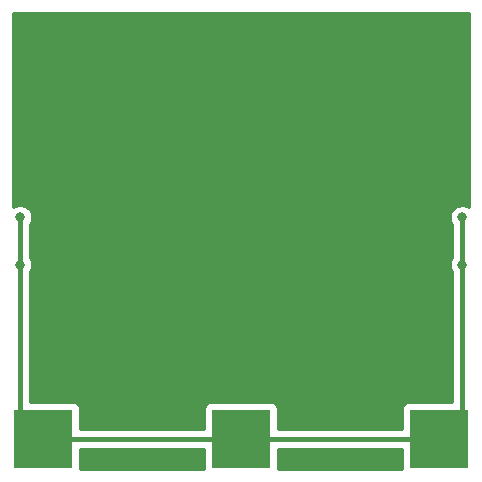
<source format=gbr>
G04 #@! TF.GenerationSoftware,KiCad,Pcbnew,(5.1.4)-1*
G04 #@! TF.CreationDate,2019-10-10T18:27:07+02:00*
G04 #@! TF.ProjectId,Back,4261636b-2e6b-4696-9361-645f70636258,rev?*
G04 #@! TF.SameCoordinates,Original*
G04 #@! TF.FileFunction,Copper,L1,Top*
G04 #@! TF.FilePolarity,Positive*
%FSLAX46Y46*%
G04 Gerber Fmt 4.6, Leading zero omitted, Abs format (unit mm)*
G04 Created by KiCad (PCBNEW (5.1.4)-1) date 2019-10-10 18:27:07*
%MOMM*%
%LPD*%
G04 APERTURE LIST*
%ADD10R,5.000000X5.000000*%
%ADD11C,0.800000*%
%ADD12C,0.400000*%
%ADD13C,0.254000*%
G04 APERTURE END LIST*
D10*
X146750000Y-96750000D03*
X113250000Y-96750000D03*
X129990000Y-96750000D03*
D11*
X148720000Y-78000000D03*
X148720000Y-82000000D03*
X111280000Y-82000000D03*
X111280000Y-78000000D03*
D12*
X148720000Y-79650000D02*
X148720000Y-82000000D01*
X148720000Y-78000000D02*
X148720000Y-79650000D01*
X148720000Y-94780000D02*
X146750000Y-96750000D01*
X148720000Y-82000000D02*
X148720000Y-94780000D01*
X111280000Y-78000000D02*
X111280000Y-82000000D01*
X111280000Y-94780000D02*
X113250000Y-96750000D01*
X111280000Y-82000000D02*
X111280000Y-94780000D01*
X113250000Y-96750000D02*
X146750000Y-96750000D01*
D13*
G36*
X126851928Y-99250000D02*
G01*
X126858330Y-99315000D01*
X116381670Y-99315000D01*
X116388072Y-99250000D01*
X116388072Y-97585000D01*
X126851928Y-97585000D01*
X126851928Y-99250000D01*
X126851928Y-99250000D01*
G37*
X126851928Y-99250000D02*
X126858330Y-99315000D01*
X116381670Y-99315000D01*
X116388072Y-99250000D01*
X116388072Y-97585000D01*
X126851928Y-97585000D01*
X126851928Y-99250000D01*
G36*
X143611928Y-99250000D02*
G01*
X143618330Y-99315000D01*
X133121670Y-99315000D01*
X133128072Y-99250000D01*
X133128072Y-97585000D01*
X143611928Y-97585000D01*
X143611928Y-99250000D01*
X143611928Y-99250000D01*
G37*
X143611928Y-99250000D02*
X143618330Y-99315000D01*
X133121670Y-99315000D01*
X133128072Y-99250000D01*
X133128072Y-97585000D01*
X143611928Y-97585000D01*
X143611928Y-99250000D01*
G36*
X149315000Y-77152783D02*
G01*
X149210256Y-77082795D01*
X149021898Y-77004774D01*
X148821939Y-76965000D01*
X148618061Y-76965000D01*
X148418102Y-77004774D01*
X148229744Y-77082795D01*
X148060226Y-77196063D01*
X147916063Y-77340226D01*
X147802795Y-77509744D01*
X147724774Y-77698102D01*
X147685000Y-77898061D01*
X147685000Y-78101939D01*
X147724774Y-78301898D01*
X147802795Y-78490256D01*
X147885000Y-78613285D01*
X147885001Y-79608972D01*
X147885000Y-79608982D01*
X147885001Y-81386714D01*
X147802795Y-81509744D01*
X147724774Y-81698102D01*
X147685000Y-81898061D01*
X147685000Y-82101939D01*
X147724774Y-82301898D01*
X147802795Y-82490256D01*
X147885000Y-82613285D01*
X147885001Y-93611928D01*
X144250000Y-93611928D01*
X144125518Y-93624188D01*
X144005820Y-93660498D01*
X143895506Y-93719463D01*
X143798815Y-93798815D01*
X143719463Y-93895506D01*
X143660498Y-94005820D01*
X143624188Y-94125518D01*
X143611928Y-94250000D01*
X143611928Y-95915000D01*
X133128072Y-95915000D01*
X133128072Y-94250000D01*
X133115812Y-94125518D01*
X133079502Y-94005820D01*
X133020537Y-93895506D01*
X132941185Y-93798815D01*
X132844494Y-93719463D01*
X132734180Y-93660498D01*
X132614482Y-93624188D01*
X132490000Y-93611928D01*
X127490000Y-93611928D01*
X127365518Y-93624188D01*
X127245820Y-93660498D01*
X127135506Y-93719463D01*
X127038815Y-93798815D01*
X126959463Y-93895506D01*
X126900498Y-94005820D01*
X126864188Y-94125518D01*
X126851928Y-94250000D01*
X126851928Y-95915000D01*
X116388072Y-95915000D01*
X116388072Y-94250000D01*
X116375812Y-94125518D01*
X116339502Y-94005820D01*
X116280537Y-93895506D01*
X116201185Y-93798815D01*
X116104494Y-93719463D01*
X115994180Y-93660498D01*
X115874482Y-93624188D01*
X115750000Y-93611928D01*
X112115000Y-93611928D01*
X112115000Y-82613285D01*
X112197205Y-82490256D01*
X112275226Y-82301898D01*
X112315000Y-82101939D01*
X112315000Y-81898061D01*
X112275226Y-81698102D01*
X112197205Y-81509744D01*
X112115000Y-81386715D01*
X112115000Y-78613285D01*
X112197205Y-78490256D01*
X112275226Y-78301898D01*
X112315000Y-78101939D01*
X112315000Y-77898061D01*
X112275226Y-77698102D01*
X112197205Y-77509744D01*
X112083937Y-77340226D01*
X111939774Y-77196063D01*
X111770256Y-77082795D01*
X111581898Y-77004774D01*
X111381939Y-76965000D01*
X111178061Y-76965000D01*
X110978102Y-77004774D01*
X110789744Y-77082795D01*
X110685000Y-77152783D01*
X110685000Y-60685000D01*
X149315000Y-60685000D01*
X149315000Y-77152783D01*
X149315000Y-77152783D01*
G37*
X149315000Y-77152783D02*
X149210256Y-77082795D01*
X149021898Y-77004774D01*
X148821939Y-76965000D01*
X148618061Y-76965000D01*
X148418102Y-77004774D01*
X148229744Y-77082795D01*
X148060226Y-77196063D01*
X147916063Y-77340226D01*
X147802795Y-77509744D01*
X147724774Y-77698102D01*
X147685000Y-77898061D01*
X147685000Y-78101939D01*
X147724774Y-78301898D01*
X147802795Y-78490256D01*
X147885000Y-78613285D01*
X147885001Y-79608972D01*
X147885000Y-79608982D01*
X147885001Y-81386714D01*
X147802795Y-81509744D01*
X147724774Y-81698102D01*
X147685000Y-81898061D01*
X147685000Y-82101939D01*
X147724774Y-82301898D01*
X147802795Y-82490256D01*
X147885000Y-82613285D01*
X147885001Y-93611928D01*
X144250000Y-93611928D01*
X144125518Y-93624188D01*
X144005820Y-93660498D01*
X143895506Y-93719463D01*
X143798815Y-93798815D01*
X143719463Y-93895506D01*
X143660498Y-94005820D01*
X143624188Y-94125518D01*
X143611928Y-94250000D01*
X143611928Y-95915000D01*
X133128072Y-95915000D01*
X133128072Y-94250000D01*
X133115812Y-94125518D01*
X133079502Y-94005820D01*
X133020537Y-93895506D01*
X132941185Y-93798815D01*
X132844494Y-93719463D01*
X132734180Y-93660498D01*
X132614482Y-93624188D01*
X132490000Y-93611928D01*
X127490000Y-93611928D01*
X127365518Y-93624188D01*
X127245820Y-93660498D01*
X127135506Y-93719463D01*
X127038815Y-93798815D01*
X126959463Y-93895506D01*
X126900498Y-94005820D01*
X126864188Y-94125518D01*
X126851928Y-94250000D01*
X126851928Y-95915000D01*
X116388072Y-95915000D01*
X116388072Y-94250000D01*
X116375812Y-94125518D01*
X116339502Y-94005820D01*
X116280537Y-93895506D01*
X116201185Y-93798815D01*
X116104494Y-93719463D01*
X115994180Y-93660498D01*
X115874482Y-93624188D01*
X115750000Y-93611928D01*
X112115000Y-93611928D01*
X112115000Y-82613285D01*
X112197205Y-82490256D01*
X112275226Y-82301898D01*
X112315000Y-82101939D01*
X112315000Y-81898061D01*
X112275226Y-81698102D01*
X112197205Y-81509744D01*
X112115000Y-81386715D01*
X112115000Y-78613285D01*
X112197205Y-78490256D01*
X112275226Y-78301898D01*
X112315000Y-78101939D01*
X112315000Y-77898061D01*
X112275226Y-77698102D01*
X112197205Y-77509744D01*
X112083937Y-77340226D01*
X111939774Y-77196063D01*
X111770256Y-77082795D01*
X111581898Y-77004774D01*
X111381939Y-76965000D01*
X111178061Y-76965000D01*
X110978102Y-77004774D01*
X110789744Y-77082795D01*
X110685000Y-77152783D01*
X110685000Y-60685000D01*
X149315000Y-60685000D01*
X149315000Y-77152783D01*
M02*

</source>
